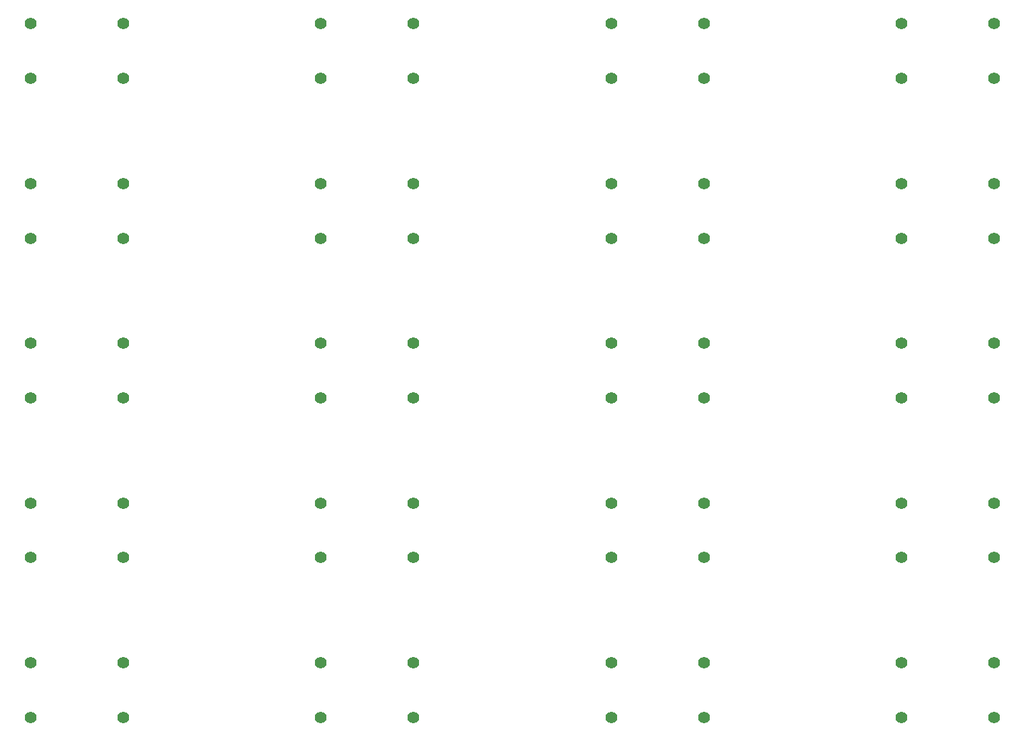
<source format=gbr>
%TF.GenerationSoftware,KiCad,Pcbnew,(6.0.11-0)*%
%TF.CreationDate,2023-04-29T14:31:07-04:00*%
%TF.ProjectId,pcb_coating_tool_array,7063625f-636f-4617-9469-6e675f746f6f,rev?*%
%TF.SameCoordinates,Original*%
%TF.FileFunction,Soldermask,Bot*%
%TF.FilePolarity,Negative*%
%FSLAX46Y46*%
G04 Gerber Fmt 4.6, Leading zero omitted, Abs format (unit mm)*
G04 Created by KiCad (PCBNEW (6.0.11-0)) date 2023-04-29 14:31:07*
%MOMM*%
%LPD*%
G01*
G04 APERTURE LIST*
%ADD10C,1.422000*%
G04 APERTURE END LIST*
D10*
%TO.C,J302*%
X96250000Y-87720000D03*
%TD*%
%TO.C,J303*%
X119750000Y-75220000D03*
%TD*%
%TO.C,J301*%
X199750000Y-37220000D03*
%TD*%
%TO.C,J304*%
X85250000Y-68720000D03*
%TD*%
%TO.C,J303*%
X85250000Y-75220000D03*
%TD*%
%TO.C,J303*%
X154250000Y-75220000D03*
%TD*%
%TO.C,J302*%
X130750000Y-49720000D03*
%TD*%
%TO.C,J301*%
X130750000Y-113220000D03*
%TD*%
%TO.C,J302*%
X130750000Y-30720000D03*
%TD*%
%TO.C,J302*%
X199750000Y-49720000D03*
%TD*%
%TO.C,J304*%
X119750000Y-106720000D03*
%TD*%
%TO.C,J301*%
X199750000Y-56220000D03*
%TD*%
%TO.C,J303*%
X154250000Y-56220000D03*
%TD*%
%TO.C,J303*%
X85250000Y-113220000D03*
%TD*%
%TO.C,J301*%
X96250000Y-75220000D03*
%TD*%
%TO.C,J304*%
X154250000Y-68720000D03*
%TD*%
%TO.C,J303*%
X188750000Y-94220000D03*
%TD*%
%TO.C,J302*%
X130750000Y-106720000D03*
%TD*%
%TO.C,J301*%
X130750000Y-56220000D03*
%TD*%
%TO.C,J301*%
X130750000Y-37220000D03*
%TD*%
%TO.C,J303*%
X188750000Y-56220000D03*
%TD*%
%TO.C,J304*%
X85250000Y-49720000D03*
%TD*%
%TO.C,J303*%
X119750000Y-113220000D03*
%TD*%
%TO.C,J303*%
X119750000Y-94220000D03*
%TD*%
%TO.C,J301*%
X96250000Y-94220000D03*
%TD*%
%TO.C,J301*%
X165250000Y-113220000D03*
%TD*%
%TO.C,J301*%
X130750000Y-75220000D03*
%TD*%
%TO.C,J301*%
X165250000Y-94220000D03*
%TD*%
%TO.C,J304*%
X188750000Y-87720000D03*
%TD*%
%TO.C,J304*%
X85250000Y-87720000D03*
%TD*%
%TO.C,J304*%
X188750000Y-30720000D03*
%TD*%
%TO.C,J304*%
X119750000Y-30720000D03*
%TD*%
%TO.C,J302*%
X199750000Y-30720000D03*
%TD*%
%TO.C,J301*%
X96250000Y-37220000D03*
%TD*%
%TO.C,J304*%
X119750000Y-49720000D03*
%TD*%
%TO.C,J303*%
X119750000Y-56220000D03*
%TD*%
%TO.C,J304*%
X154250000Y-106720000D03*
%TD*%
%TO.C,J304*%
X154250000Y-87720000D03*
%TD*%
%TO.C,J303*%
X188750000Y-113220000D03*
%TD*%
%TO.C,J301*%
X165250000Y-37220000D03*
%TD*%
%TO.C,J303*%
X154250000Y-113220000D03*
%TD*%
%TO.C,J301*%
X130750000Y-94220000D03*
%TD*%
%TO.C,J301*%
X199750000Y-75220000D03*
%TD*%
%TO.C,J302*%
X96250000Y-49720000D03*
%TD*%
%TO.C,J301*%
X96250000Y-113220000D03*
%TD*%
%TO.C,J304*%
X85250000Y-30720000D03*
%TD*%
%TO.C,J302*%
X199750000Y-106720000D03*
%TD*%
%TO.C,J303*%
X154250000Y-94220000D03*
%TD*%
%TO.C,J304*%
X85250000Y-106720000D03*
%TD*%
%TO.C,J302*%
X165250000Y-68720000D03*
%TD*%
%TO.C,J304*%
X188750000Y-49720000D03*
%TD*%
%TO.C,J301*%
X199750000Y-113220000D03*
%TD*%
%TO.C,J302*%
X130750000Y-87720000D03*
%TD*%
%TO.C,J304*%
X154250000Y-49720000D03*
%TD*%
%TO.C,J302*%
X130750000Y-68720000D03*
%TD*%
%TO.C,J304*%
X154250000Y-30720000D03*
%TD*%
%TO.C,J302*%
X199750000Y-87720000D03*
%TD*%
%TO.C,J303*%
X85250000Y-37220000D03*
%TD*%
%TO.C,J303*%
X85250000Y-56220000D03*
%TD*%
%TO.C,J302*%
X199750000Y-68720000D03*
%TD*%
%TO.C,J301*%
X165250000Y-56220000D03*
%TD*%
%TO.C,J303*%
X188750000Y-37220000D03*
%TD*%
%TO.C,J302*%
X165250000Y-49720000D03*
%TD*%
%TO.C,J301*%
X96250000Y-56220000D03*
%TD*%
%TO.C,J302*%
X96250000Y-68720000D03*
%TD*%
%TO.C,J302*%
X96250000Y-30720000D03*
%TD*%
%TO.C,J302*%
X165250000Y-30720000D03*
%TD*%
%TO.C,J302*%
X96250000Y-106720000D03*
%TD*%
%TO.C,J303*%
X154250000Y-37220000D03*
%TD*%
%TO.C,J303*%
X188750000Y-75220000D03*
%TD*%
%TO.C,J304*%
X188750000Y-68720000D03*
%TD*%
%TO.C,J304*%
X119750000Y-68720000D03*
%TD*%
%TO.C,J304*%
X188750000Y-106720000D03*
%TD*%
%TO.C,J301*%
X199750000Y-94220000D03*
%TD*%
%TO.C,J303*%
X119750000Y-37220000D03*
%TD*%
%TO.C,J303*%
X85250000Y-94220000D03*
%TD*%
%TO.C,J301*%
X165250000Y-75220000D03*
%TD*%
%TO.C,J302*%
X165250000Y-106720000D03*
%TD*%
%TO.C,J304*%
X119750000Y-87720000D03*
%TD*%
%TO.C,J302*%
X165250000Y-87720000D03*
%TD*%
M02*

</source>
